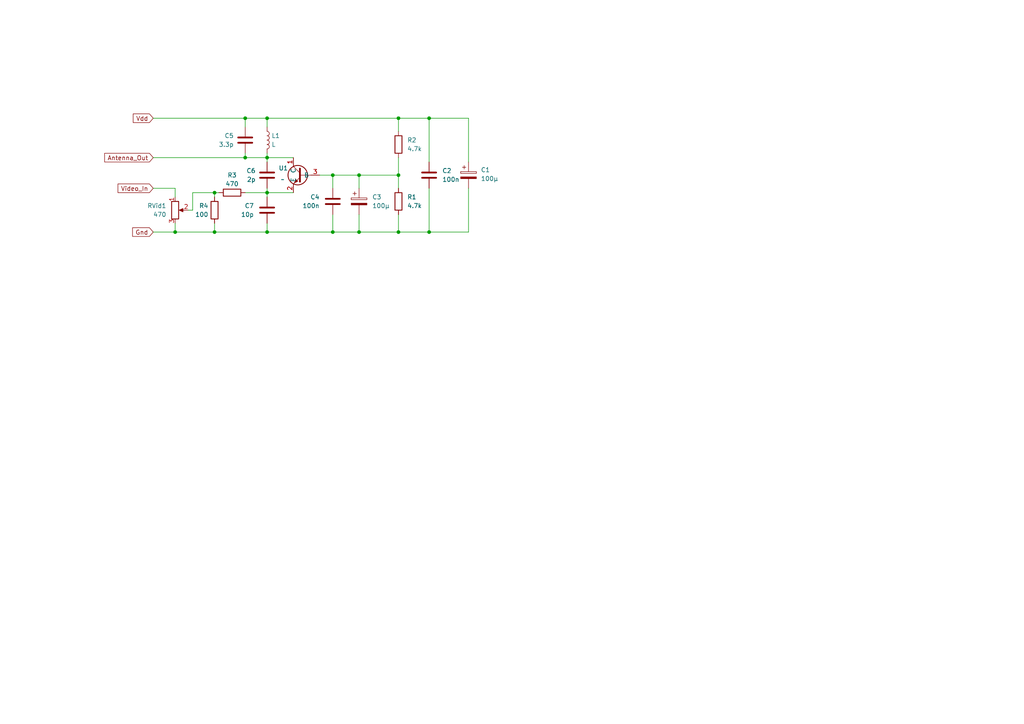
<source format=kicad_sch>
(kicad_sch (version 20231120) (generator "eeschema") (generator_version "8.0")
  (paper "A4")
  (lib_symbols
    (symbol "Device:C" (pin_numbers hide) (pin_names (offset 0.254))
      (property "Reference" "C" (at 0.635 2.54 0))
      (property "Value" "C" (at 0.635 -2.54 0))
      (symbol "C_0_1"
        (polyline (pts (xy -2.032 -0.762) (xy 2.032 -0.762)) (stroke (width 0.508)))
        (polyline (pts (xy -2.032 0.762) (xy 2.032 0.762)) (stroke (width 0.508)))
      )
      (symbol "C_1_1"
        (pin passive line (at 0 3.81 270) (length 2.794) (name "~") (number "1"))
        (pin passive line (at 0 -3.81 90) (length 2.794) (name "~") (number "2"))
      )
    )
    (symbol "Device:C_Polarized" (pin_numbers hide) (pin_names (offset 0.254))
      (property "Reference" "C" (at 0.635 2.54 0))
      (property "Value" "C_Polarized" (at 0.635 -2.54 0))
      (symbol "C_Polarized_0_1"
        (rectangle (start -2.286 0.508) (end 2.286 1.016))
        (polyline (pts (xy -1.778 2.286) (xy -0.762 2.286)))
        (polyline (pts (xy -1.27 2.794) (xy -1.27 1.778)))
        (rectangle (start 2.286 -0.508) (end -2.286 -1.016) (fill (type outline)))
      )
      (symbol "C_Polarized_1_1"
        (pin passive line (at 0 3.81 270) (length 2.794) (name "~") (number "1"))
        (pin passive line (at 0 -3.81 90) (length 2.794) (name "~") (number "2"))
      )
    )
    (symbol "Device:L" (pin_numbers hide) (pin_names (offset 1.016) hide)
      (property "Reference" "L" (at -1.27 0 90))
      (property "Value" "L" (at 1.905 0 90))
      (symbol "L_0_1"
        (arc (start 0 -2.54) (mid 0.6323 -1.905) (end 0 -1.27))
        (arc (start 0 -1.27) (mid 0.6323 -0.635) (end 0 0))
        (arc (start 0 0) (mid 0.6323 0.635) (end 0 1.27))
        (arc (start 0 1.27) (mid 0.6323 1.905) (end 0 2.54))
      )
      (symbol "L_1_1"
        (pin passive line (at 0 3.81 270) (length 1.27) (name "1") (number "1"))
        (pin passive line (at 0 -3.81 90) (length 1.27) (name "2") (number "2"))
      )
    )
    (symbol "Device:R" (pin_numbers hide) (pin_names (offset 0))
      (property "Reference" "R" (at 2.032 0 90))
      (property "Value" "R" (at 0 0 90))
      (symbol "R_0_1"
        (rectangle (start -1.016 -2.54) (end 1.016 2.54) (stroke (width 0.254)))
      )
      (symbol "R_1_1"
        (pin passive line (at 0 3.81 270) (length 1.27) (name "~") (number "1"))
        (pin passive line (at 0 -3.81 90) (length 1.27) (name "~") (number "2"))
      )
    )
    (symbol "Device:R_Potentiometer" (pin_names (offset 1.016) hide)
      (property "Reference" "RV" (at -4.445 0 90))
      (property "Value" "R_Potentiometer" (at -2.54 0 90))
      (symbol "R_Potentiometer_0_1"
        (polyline (pts (xy 2.54 0) (xy 1.524 0)))
        (polyline (pts (xy 1.143 0) (xy 2.286 0.508) (xy 2.286 -0.508) (xy 1.143 0)) (fill (type outline)))
        (rectangle (start 1.016 2.54) (end -1.016 -2.54) (stroke (width 0.254)))
      )
      (symbol "R_Potentiometer_1_1"
        (pin passive line (at 0 3.81 270) (length 1.27) (name "1") (number "1"))
        (pin passive line (at 3.81 0 180) (length 1.27) (name "2") (number "2"))
        (pin passive line (at 0 -3.81 90) (length 1.27) (name "3") (number "3"))
      )
    )
    (symbol "VideoTransmitter:BFR91A"
      (property "Reference" "U" (at 0 0 0))
      (symbol "BFR91A_0_1"
        (polyline (pts (xy -3.81 0) (xy -0.635 0)) (stroke (width 0.1524)))
        (polyline (pts (xy -0.635 0.635) (xy 1.27 2.54)))
        (polyline (pts (xy 1.524 -1.27) (xy 1.524 -1.27)) (stroke (width 0.1524)))
        (polyline (pts (xy 1.524 -1.27) (xy 1.524 -1.27)) (stroke (width 0.1524)))
        (polyline (pts (xy -0.635 -0.635) (xy 1.27 -2.54) (xy 1.27 -2.54)))
        (polyline (pts (xy -0.635 1.905) (xy -0.635 -1.905) (xy -0.635 -1.905)) (stroke (width 0.508)))
        (polyline (pts (xy 0 -1.778) (xy 0.508 -1.27) (xy 1.016 -2.286) (xy 0 -1.778) (xy 0 -1.778)) (fill (type outline)))
        (circle (center 0 0) (radius 2.8194) (stroke (width 0.254)))
      )
      (symbol "BFR91A_1_1"
        (pin open_collector line (at 1.27 5.08 270) (length 2.54) (name "C") (number "1"))
        (pin open_emitter line (at 1.27 -5.08 90) (length 2.54) (name "E") (number "2"))
        (pin input line (at -6.35 0 0) (length 2.54) (name "B") (number "3"))
      )
    )
  )
  (junction (at 104.14 50.8))
  (junction (at 50.8 67.31))
  (junction (at 77.47 55.88))
  (junction (at 124.46 34.29))
  (junction (at 77.47 45.72))
  (junction (at 77.47 34.29))
  (junction (at 115.57 50.8))
  (junction (at 124.46 67.31))
  (junction (at 96.52 67.31))
  (junction (at 62.23 55.88))
  (junction (at 96.52 50.8))
  (junction (at 115.57 67.31))
  (junction (at 62.23 67.31))
  (junction (at 77.47 67.31))
  (junction (at 71.12 34.29))
  (junction (at 71.12 45.72))
  (junction (at 104.14 67.31))
  (junction (at 115.57 34.29))
  (wire (pts (xy 62.23 55.88) (xy 62.23 57.15)))
  (wire (pts (xy 135.89 34.29) (xy 135.89 46.99)))
  (wire (pts (xy 71.12 45.72) (xy 77.47 45.72)))
  (wire (pts (xy 77.47 67.31) (xy 96.52 67.31)))
  (wire (pts (xy 104.14 62.23) (xy 104.14 67.31)))
  (wire (pts (xy 71.12 55.88) (xy 77.47 55.88)))
  (wire (pts (xy 77.47 55.88) (xy 77.47 57.15)))
  (wire (pts (xy 92.71 50.8) (xy 96.52 50.8)))
  (wire (pts (xy 115.57 62.23) (xy 115.57 67.31)))
  (wire (pts (xy 44.45 34.29) (xy 71.12 34.29)))
  (wire (pts (xy 115.57 34.29) (xy 115.57 38.1)))
  (wire (pts (xy 44.45 54.61) (xy 50.8 54.61)))
  (wire (pts (xy 77.47 34.29) (xy 77.47 36.83)))
  (wire (pts (xy 50.8 57.15) (xy 50.8 54.61)))
  (wire (pts (xy 115.57 67.31) (xy 124.46 67.31)))
  (wire (pts (xy 115.57 45.72) (xy 115.57 50.8)))
  (wire (pts (xy 77.47 34.29) (xy 115.57 34.29)))
  (wire (pts (xy 115.57 34.29) (xy 124.46 34.29)))
  (wire (pts (xy 71.12 44.45) (xy 71.12 45.72)))
  (wire (pts (xy 62.23 67.31) (xy 77.47 67.31)))
  (wire (pts (xy 124.46 34.29) (xy 135.89 34.29)))
  (wire (pts (xy 77.47 54.61) (xy 77.47 55.88)))
  (wire (pts (xy 124.46 34.29) (xy 124.46 46.99)))
  (wire (pts (xy 71.12 34.29) (xy 77.47 34.29)))
  (wire (pts (xy 71.12 34.29) (xy 71.12 36.83)))
  (wire (pts (xy 55.88 60.96) (xy 55.88 55.88)))
  (wire (pts (xy 62.23 55.88) (xy 63.5 55.88)))
  (wire (pts (xy 44.45 67.31) (xy 50.8 67.31)))
  (wire (pts (xy 104.14 50.8) (xy 104.14 54.61)))
  (wire (pts (xy 124.46 67.31) (xy 135.89 67.31)))
  (wire (pts (xy 96.52 62.23) (xy 96.52 67.31)))
  (wire (pts (xy 77.47 45.72) (xy 85.09 45.72)))
  (wire (pts (xy 77.47 45.72) (xy 77.47 46.99)))
  (wire (pts (xy 77.47 44.45) (xy 77.47 45.72)))
  (wire (pts (xy 115.57 50.8) (xy 115.57 54.61)))
  (wire (pts (xy 104.14 67.31) (xy 115.57 67.31)))
  (wire (pts (xy 54.61 60.96) (xy 55.88 60.96)))
  (wire (pts (xy 50.8 64.77) (xy 50.8 67.31)))
  (wire (pts (xy 44.45 45.72) (xy 71.12 45.72)))
  (wire (pts (xy 96.52 67.31) (xy 104.14 67.31)))
  (wire (pts (xy 124.46 54.61) (xy 124.46 67.31)))
  (wire (pts (xy 135.89 54.61) (xy 135.89 67.31)))
  (wire (pts (xy 50.8 67.31) (xy 62.23 67.31)))
  (wire (pts (xy 96.52 50.8) (xy 96.52 54.61)))
  (wire (pts (xy 62.23 64.77) (xy 62.23 67.31)))
  (wire (pts (xy 77.47 55.88) (xy 85.09 55.88)))
  (wire (pts (xy 55.88 55.88) (xy 62.23 55.88)))
  (wire (pts (xy 104.14 50.8) (xy 96.52 50.8)))
  (wire (pts (xy 77.47 64.77) (xy 77.47 67.31)))
  (wire (pts (xy 115.57 50.8) (xy 104.14 50.8)))
  (global_label "Antenna_Out" (shape input) (at 44.45 45.72 180) (property "Intersheetrefs" "${INTERSHEET_REFS}" (effects (hide yes))))
  (global_label "Gnd" (shape input) (at 44.45 67.31 180) (property "Intersheetrefs" "${INTERSHEET_REFS}" (effects (hide yes))))
  (global_label "Video_In" (shape input) (at 44.45 54.61 180) (property "Intersheetrefs" "${INTERSHEET_REFS}" (effects (hide yes))))
  (global_label "Vdd" (shape input) (at 44.45 34.29 180) (property "Intersheetrefs" "${INTERSHEET_REFS}" (effects (hide yes))))
  (symbol (lib_id "Device:C_Polarized") (at 104.14 58.42 0) (unit 1)
    (property "Reference" "C3" (at 107.95 57.15 0) (effects (justify left)))
    (property "Value" "100µ" (at 107.95 59.69 0) (effects (justify left)))
    (property "Footprint" "VideoTransmitter:100µF" (effects (hide yes)))
    (property "Description" "Polarized capacitor" (effects (hide yes)))
  )
  (symbol (lib_id "Device:R") (at 115.57 41.91 0) (unit 1)
    (property "Reference" "R2" (at 118.11 40.6399 0) (effects (justify left)))
    (property "Value" "4.7k" (at 118.11 43.1799 0) (effects (justify left)))
    (property "Footprint" "VideoTransmitter:4.7kOhm" (effects (hide yes)))
    (property "Description" "Resistor" (effects (hide yes)))
  )
  (symbol (lib_id "Device:R") (at 62.23 60.96 0) (mirror x) (unit 1)
    (property "Reference" "R4" (at 60.452 59.69 0) (effects (justify right)))
    (property "Value" "100" (at 60.452 62.23 0) (effects (justify right)))
    (property "Footprint" "VideoTransmitter:100Ohm" (effects (hide yes)))
    (property "Description" "Resistor" (effects (hide yes)))
  )
  (symbol (lib_id "Device:R_Potentiometer") (at 50.8 60.96 0) (unit 1)
    (property "Reference" "RVid1" (at 48.26 59.6899 0) (effects (justify right)))
    (property "Value" "470" (at 48.26 62.2299 0) (effects (justify right)))
    (property "Footprint" "VideoTransmitter:470 Pot" (effects (hide yes)))
    (property "Description" "Potentiometer" (effects (hide yes)))
  )
  (symbol (lib_id "Device:C") (at 77.47 50.8 0) (mirror y) (unit 1)
    (property "Reference" "C6" (at 74.168 49.53 0) (effects (justify left)))
    (property "Value" "2p" (at 74.168 52.07 0) (effects (justify left)))
    (property "Footprint" "VideoTransmitter:2pF" (effects (hide yes)))
    (property "Description" "Unpolarized capacitor" (effects (hide yes)))
  )
  (symbol (lib_id "Device:R") (at 67.31 55.88 90) (unit 1)
    (property "Reference" "R3" (at 67.31 50.8 90))
    (property "Value" "470" (at 67.31 53.34 90))
    (property "Footprint" "VideoTransmitter:470Ohm" (effects (hide yes)))
    (property "Description" "Resistor" (effects (hide yes)))
  )
  (symbol (lib_id "Device:C") (at 124.46 50.8 0) (unit 1)
    (property "Reference" "C2" (at 128.27 49.5299 0) (effects (justify left)))
    (property "Value" "100n" (at 128.27 52.0699 0) (effects (justify left)))
    (property "Footprint" "VideoTransmitter:0.1uF" (effects (hide yes)))
    (property "Description" "Unpolarized capacitor" (effects (hide yes)))
  )
  (symbol (lib_id "Device:C") (at 71.12 40.64 0) (unit 1)
    (property "Reference" "C5" (at 67.818 39.37 0) (effects (justify right)))
    (property "Value" "3.3p" (at 67.818 41.91 0) (effects (justify right)))
    (property "Footprint" "VideoTransmitter:3.3pF" (effects (hide yes)))
    (property "Description" "Unpolarized capacitor" (effects (hide yes)))
  )
  (symbol (lib_id "Device:C") (at 96.52 58.42 0) (unit 1)
    (property "Reference" "C4" (at 92.71 57.1499 0) (effects (justify right)))
    (property "Value" "100n" (at 92.71 59.6899 0) (effects (justify right)))
    (property "Footprint" "VideoTransmitter:0.1uF" (effects (hide yes)))
    (property "Description" "Unpolarized capacitor" (effects (hide yes)))
  )
  (symbol (lib_id "Device:C_Polarized") (at 135.89 50.8 0) (unit 1)
    (property "Reference" "C1" (at 139.446 49.276 0) (effects (justify left)))
    (property "Value" "100µ" (at 139.446 51.816 0) (effects (justify left)))
    (property "Footprint" "VideoTransmitter:100µF" (effects (hide yes)))
    (property "Description" "Polarized capacitor" (effects (hide yes)))
  )
  (symbol (lib_id "Device:L") (at 77.47 40.64 0) (unit 1)
    (property "Reference" "L1" (at 78.74 39.3699 0) (effects (justify left)))
    (property "Value" "L" (at 78.74 41.9099 0) (effects (justify left)))
    (property "Description" "Inductor" (effects (hide yes)))
  )
  (symbol (lib_id "VideoTransmitter:BFR91A") (at 86.36 50.8 0) (mirror y) (unit 1)
    (property "Reference" "U1" (at 83.566 48.768 0) (effects (justify left)))
    (property "Value" "~" (at 82.55 52.07 0) (effects (justify left)))
    (property "Footprint" "VideoTransmitter:BFR91A NPN" (effects (hide yes)))
  )
  (symbol (lib_id "Device:R") (at 115.57 58.42 0) (unit 1)
    (property "Reference" "R1" (at 118.11 57.1499 0) (effects (justify left)))
    (property "Value" "4.7k" (at 118.11 59.6899 0) (effects (justify left)))
    (property "Footprint" "VideoTransmitter:4.7kOhm" (effects (hide yes)))
    (property "Description" "Resistor" (effects (hide yes)))
  )
  (symbol (lib_id "Device:C") (at 77.47 60.96 0) (unit 1)
    (property "Reference" "C7" (at 73.66 59.6899 0) (effects (justify right)))
    (property "Value" "10p" (at 73.66 62.2299 0) (effects (justify right)))
    (property "Footprint" "VideoTransmitter:10pF" (effects (hide yes)))
    (property "Description" "Unpolarized capacitor" (effects (hide yes)))
  )
)
</source>
